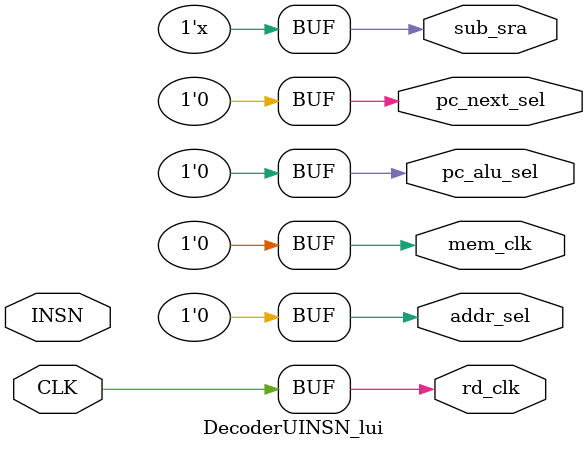
<source format=v>
/* 
Módulo para decodificação de instruções do tipo U lui de acordo com
o ISA do risc-v. O módulo recebe a instrução e o sinal de clock
do processador, e retorna todas as saídas relevantes e não relevantes
para serem enviadas ao circuito
*/
module DecoderUINSN_lui (
  input wire [31:0] INSN , // instrução de 32 bits
  input wire CLK, // sinal de Clock
  output wire addr_sel, pc_next_sel, pc_alu_sel, sub_sra,
  // controle de adição/subtração, controle de escolha de endereço, program counter, e entrada da ALU do program counter
  output wire rd_clk, mem_clk // Saídas de clock dos registradores e da memória
);

  assign sub_sra = 1'bx; // não importa pois não é realizada operação aritmética
  assign addr_sel = 0; // O endereço da memória continua sendo o program counter

  assign pc_next_sel = 0; // O PC continua recebendo o seu valor incrementado em 4
  assign pc_alu_sel = 0; // A ALU do PC contínua recebendo 4

  assign mem_clk = 0; // É setado para 0, para evitar problemas com gravação de memória.
  assign rd_clk = CLK; // O rd_clk é igual ao CLK do processador, que ao subir grava o valor.

endmodule
</source>
